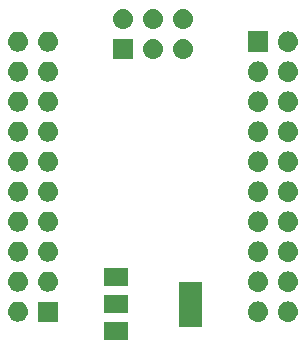
<source format=gbr>
G04 #@! TF.GenerationSoftware,KiCad,Pcbnew,(5.0.2)-1*
G04 #@! TF.CreationDate,2019-09-12T21:25:24+02:00*
G04 #@! TF.ProjectId,Jlink_power_supply,4a6c696e-6b5f-4706-9f77-65725f737570,rev?*
G04 #@! TF.SameCoordinates,Original*
G04 #@! TF.FileFunction,Soldermask,Top*
G04 #@! TF.FilePolarity,Negative*
%FSLAX46Y46*%
G04 Gerber Fmt 4.6, Leading zero omitted, Abs format (unit mm)*
G04 Created by KiCad (PCBNEW (5.0.2)-1) date 2019-09-12 21:25:24*
%MOMM*%
%LPD*%
G01*
G04 APERTURE LIST*
%ADD10C,0.100000*%
G04 APERTURE END LIST*
D10*
G36*
X126145000Y-121795000D02*
X124145000Y-121795000D01*
X124145000Y-120295000D01*
X126145000Y-120295000D01*
X126145000Y-121795000D01*
X126145000Y-121795000D01*
G37*
G36*
X132445000Y-120645000D02*
X130445000Y-120645000D01*
X130445000Y-116845000D01*
X132445000Y-116845000D01*
X132445000Y-120645000D01*
X132445000Y-120645000D01*
G37*
G36*
X139784712Y-118520565D02*
X139869295Y-118528896D01*
X139989727Y-118565429D01*
X140032088Y-118578279D01*
X140182112Y-118658468D01*
X140313612Y-118766388D01*
X140421532Y-118897888D01*
X140501721Y-119047912D01*
X140501722Y-119047916D01*
X140551104Y-119210705D01*
X140567778Y-119380000D01*
X140551104Y-119549295D01*
X140514571Y-119669727D01*
X140501721Y-119712088D01*
X140421532Y-119862112D01*
X140313612Y-119993612D01*
X140182112Y-120101532D01*
X140032088Y-120181721D01*
X139989727Y-120194571D01*
X139869295Y-120231104D01*
X139784712Y-120239435D01*
X139742421Y-120243600D01*
X139657579Y-120243600D01*
X139615288Y-120239435D01*
X139530705Y-120231104D01*
X139410273Y-120194571D01*
X139367912Y-120181721D01*
X139217888Y-120101532D01*
X139086388Y-119993612D01*
X138978468Y-119862112D01*
X138898279Y-119712088D01*
X138885429Y-119669727D01*
X138848896Y-119549295D01*
X138832222Y-119380000D01*
X138848896Y-119210705D01*
X138898278Y-119047916D01*
X138898279Y-119047912D01*
X138978468Y-118897888D01*
X139086388Y-118766388D01*
X139217888Y-118658468D01*
X139367912Y-118578279D01*
X139410273Y-118565429D01*
X139530705Y-118528896D01*
X139615288Y-118520565D01*
X139657579Y-118516400D01*
X139742421Y-118516400D01*
X139784712Y-118520565D01*
X139784712Y-118520565D01*
G37*
G36*
X137244712Y-118520565D02*
X137329295Y-118528896D01*
X137449727Y-118565429D01*
X137492088Y-118578279D01*
X137642112Y-118658468D01*
X137773612Y-118766388D01*
X137881532Y-118897888D01*
X137961721Y-119047912D01*
X137961722Y-119047916D01*
X138011104Y-119210705D01*
X138027778Y-119380000D01*
X138011104Y-119549295D01*
X137974571Y-119669727D01*
X137961721Y-119712088D01*
X137881532Y-119862112D01*
X137773612Y-119993612D01*
X137642112Y-120101532D01*
X137492088Y-120181721D01*
X137449727Y-120194571D01*
X137329295Y-120231104D01*
X137244712Y-120239435D01*
X137202421Y-120243600D01*
X137117579Y-120243600D01*
X137075288Y-120239435D01*
X136990705Y-120231104D01*
X136870273Y-120194571D01*
X136827912Y-120181721D01*
X136677888Y-120101532D01*
X136546388Y-119993612D01*
X136438468Y-119862112D01*
X136358279Y-119712088D01*
X136345429Y-119669727D01*
X136308896Y-119549295D01*
X136292222Y-119380000D01*
X136308896Y-119210705D01*
X136358278Y-119047916D01*
X136358279Y-119047912D01*
X136438468Y-118897888D01*
X136546388Y-118766388D01*
X136677888Y-118658468D01*
X136827912Y-118578279D01*
X136870273Y-118565429D01*
X136990705Y-118528896D01*
X137075288Y-118520565D01*
X137117579Y-118516400D01*
X137202421Y-118516400D01*
X137244712Y-118520565D01*
X137244712Y-118520565D01*
G37*
G36*
X117006630Y-118542299D02*
X117166855Y-118590903D01*
X117314520Y-118669831D01*
X117443949Y-118776051D01*
X117550169Y-118905480D01*
X117629097Y-119053145D01*
X117677701Y-119213370D01*
X117694112Y-119380000D01*
X117677701Y-119546630D01*
X117629097Y-119706855D01*
X117550169Y-119854520D01*
X117443949Y-119983949D01*
X117314520Y-120090169D01*
X117166855Y-120169097D01*
X117006630Y-120217701D01*
X116881752Y-120230000D01*
X116798248Y-120230000D01*
X116673370Y-120217701D01*
X116513145Y-120169097D01*
X116365480Y-120090169D01*
X116236051Y-119983949D01*
X116129831Y-119854520D01*
X116050903Y-119706855D01*
X116002299Y-119546630D01*
X115985888Y-119380000D01*
X116002299Y-119213370D01*
X116050903Y-119053145D01*
X116129831Y-118905480D01*
X116236051Y-118776051D01*
X116365480Y-118669831D01*
X116513145Y-118590903D01*
X116673370Y-118542299D01*
X116798248Y-118530000D01*
X116881752Y-118530000D01*
X117006630Y-118542299D01*
X117006630Y-118542299D01*
G37*
G36*
X120230000Y-120230000D02*
X118530000Y-120230000D01*
X118530000Y-118530000D01*
X120230000Y-118530000D01*
X120230000Y-120230000D01*
X120230000Y-120230000D01*
G37*
G36*
X126145000Y-119495000D02*
X124145000Y-119495000D01*
X124145000Y-117995000D01*
X126145000Y-117995000D01*
X126145000Y-119495000D01*
X126145000Y-119495000D01*
G37*
G36*
X137244712Y-115980565D02*
X137329295Y-115988896D01*
X137449727Y-116025429D01*
X137492088Y-116038279D01*
X137642112Y-116118468D01*
X137773612Y-116226388D01*
X137881532Y-116357888D01*
X137961721Y-116507912D01*
X137961722Y-116507916D01*
X138011104Y-116670705D01*
X138027778Y-116840000D01*
X138011104Y-117009295D01*
X137974571Y-117129727D01*
X137961721Y-117172088D01*
X137881532Y-117322112D01*
X137773612Y-117453612D01*
X137642112Y-117561532D01*
X137492088Y-117641721D01*
X137449727Y-117654571D01*
X137329295Y-117691104D01*
X137244712Y-117699435D01*
X137202421Y-117703600D01*
X137117579Y-117703600D01*
X137075288Y-117699435D01*
X136990705Y-117691104D01*
X136870273Y-117654571D01*
X136827912Y-117641721D01*
X136677888Y-117561532D01*
X136546388Y-117453612D01*
X136438468Y-117322112D01*
X136358279Y-117172088D01*
X136345429Y-117129727D01*
X136308896Y-117009295D01*
X136292222Y-116840000D01*
X136308896Y-116670705D01*
X136358278Y-116507916D01*
X136358279Y-116507912D01*
X136438468Y-116357888D01*
X136546388Y-116226388D01*
X136677888Y-116118468D01*
X136827912Y-116038279D01*
X136870273Y-116025429D01*
X136990705Y-115988896D01*
X137075288Y-115980565D01*
X137117579Y-115976400D01*
X137202421Y-115976400D01*
X137244712Y-115980565D01*
X137244712Y-115980565D01*
G37*
G36*
X139784712Y-115980565D02*
X139869295Y-115988896D01*
X139989727Y-116025429D01*
X140032088Y-116038279D01*
X140182112Y-116118468D01*
X140313612Y-116226388D01*
X140421532Y-116357888D01*
X140501721Y-116507912D01*
X140501722Y-116507916D01*
X140551104Y-116670705D01*
X140567778Y-116840000D01*
X140551104Y-117009295D01*
X140514571Y-117129727D01*
X140501721Y-117172088D01*
X140421532Y-117322112D01*
X140313612Y-117453612D01*
X140182112Y-117561532D01*
X140032088Y-117641721D01*
X139989727Y-117654571D01*
X139869295Y-117691104D01*
X139784712Y-117699435D01*
X139742421Y-117703600D01*
X139657579Y-117703600D01*
X139615288Y-117699435D01*
X139530705Y-117691104D01*
X139410273Y-117654571D01*
X139367912Y-117641721D01*
X139217888Y-117561532D01*
X139086388Y-117453612D01*
X138978468Y-117322112D01*
X138898279Y-117172088D01*
X138885429Y-117129727D01*
X138848896Y-117009295D01*
X138832222Y-116840000D01*
X138848896Y-116670705D01*
X138898278Y-116507916D01*
X138898279Y-116507912D01*
X138978468Y-116357888D01*
X139086388Y-116226388D01*
X139217888Y-116118468D01*
X139367912Y-116038279D01*
X139410273Y-116025429D01*
X139530705Y-115988896D01*
X139615288Y-115980565D01*
X139657579Y-115976400D01*
X139742421Y-115976400D01*
X139784712Y-115980565D01*
X139784712Y-115980565D01*
G37*
G36*
X117006630Y-116002299D02*
X117166855Y-116050903D01*
X117314520Y-116129831D01*
X117443949Y-116236051D01*
X117550169Y-116365480D01*
X117629097Y-116513145D01*
X117677701Y-116673370D01*
X117694112Y-116840000D01*
X117677701Y-117006630D01*
X117629097Y-117166855D01*
X117550169Y-117314520D01*
X117443949Y-117443949D01*
X117314520Y-117550169D01*
X117166855Y-117629097D01*
X117006630Y-117677701D01*
X116881752Y-117690000D01*
X116798248Y-117690000D01*
X116673370Y-117677701D01*
X116513145Y-117629097D01*
X116365480Y-117550169D01*
X116236051Y-117443949D01*
X116129831Y-117314520D01*
X116050903Y-117166855D01*
X116002299Y-117006630D01*
X115985888Y-116840000D01*
X116002299Y-116673370D01*
X116050903Y-116513145D01*
X116129831Y-116365480D01*
X116236051Y-116236051D01*
X116365480Y-116129831D01*
X116513145Y-116050903D01*
X116673370Y-116002299D01*
X116798248Y-115990000D01*
X116881752Y-115990000D01*
X117006630Y-116002299D01*
X117006630Y-116002299D01*
G37*
G36*
X119546630Y-116002299D02*
X119706855Y-116050903D01*
X119854520Y-116129831D01*
X119983949Y-116236051D01*
X120090169Y-116365480D01*
X120169097Y-116513145D01*
X120217701Y-116673370D01*
X120234112Y-116840000D01*
X120217701Y-117006630D01*
X120169097Y-117166855D01*
X120090169Y-117314520D01*
X119983949Y-117443949D01*
X119854520Y-117550169D01*
X119706855Y-117629097D01*
X119546630Y-117677701D01*
X119421752Y-117690000D01*
X119338248Y-117690000D01*
X119213370Y-117677701D01*
X119053145Y-117629097D01*
X118905480Y-117550169D01*
X118776051Y-117443949D01*
X118669831Y-117314520D01*
X118590903Y-117166855D01*
X118542299Y-117006630D01*
X118525888Y-116840000D01*
X118542299Y-116673370D01*
X118590903Y-116513145D01*
X118669831Y-116365480D01*
X118776051Y-116236051D01*
X118905480Y-116129831D01*
X119053145Y-116050903D01*
X119213370Y-116002299D01*
X119338248Y-115990000D01*
X119421752Y-115990000D01*
X119546630Y-116002299D01*
X119546630Y-116002299D01*
G37*
G36*
X126145000Y-117195000D02*
X124145000Y-117195000D01*
X124145000Y-115695000D01*
X126145000Y-115695000D01*
X126145000Y-117195000D01*
X126145000Y-117195000D01*
G37*
G36*
X137244712Y-113440565D02*
X137329295Y-113448896D01*
X137449727Y-113485429D01*
X137492088Y-113498279D01*
X137642112Y-113578468D01*
X137773612Y-113686388D01*
X137881532Y-113817888D01*
X137961721Y-113967912D01*
X137961722Y-113967916D01*
X138011104Y-114130705D01*
X138027778Y-114300000D01*
X138011104Y-114469295D01*
X137974571Y-114589727D01*
X137961721Y-114632088D01*
X137881532Y-114782112D01*
X137773612Y-114913612D01*
X137642112Y-115021532D01*
X137492088Y-115101721D01*
X137449727Y-115114571D01*
X137329295Y-115151104D01*
X137244712Y-115159435D01*
X137202421Y-115163600D01*
X137117579Y-115163600D01*
X137075288Y-115159435D01*
X136990705Y-115151104D01*
X136870273Y-115114571D01*
X136827912Y-115101721D01*
X136677888Y-115021532D01*
X136546388Y-114913612D01*
X136438468Y-114782112D01*
X136358279Y-114632088D01*
X136345429Y-114589727D01*
X136308896Y-114469295D01*
X136292222Y-114300000D01*
X136308896Y-114130705D01*
X136358278Y-113967916D01*
X136358279Y-113967912D01*
X136438468Y-113817888D01*
X136546388Y-113686388D01*
X136677888Y-113578468D01*
X136827912Y-113498279D01*
X136870273Y-113485429D01*
X136990705Y-113448896D01*
X137075288Y-113440565D01*
X137117579Y-113436400D01*
X137202421Y-113436400D01*
X137244712Y-113440565D01*
X137244712Y-113440565D01*
G37*
G36*
X139784712Y-113440565D02*
X139869295Y-113448896D01*
X139989727Y-113485429D01*
X140032088Y-113498279D01*
X140182112Y-113578468D01*
X140313612Y-113686388D01*
X140421532Y-113817888D01*
X140501721Y-113967912D01*
X140501722Y-113967916D01*
X140551104Y-114130705D01*
X140567778Y-114300000D01*
X140551104Y-114469295D01*
X140514571Y-114589727D01*
X140501721Y-114632088D01*
X140421532Y-114782112D01*
X140313612Y-114913612D01*
X140182112Y-115021532D01*
X140032088Y-115101721D01*
X139989727Y-115114571D01*
X139869295Y-115151104D01*
X139784712Y-115159435D01*
X139742421Y-115163600D01*
X139657579Y-115163600D01*
X139615288Y-115159435D01*
X139530705Y-115151104D01*
X139410273Y-115114571D01*
X139367912Y-115101721D01*
X139217888Y-115021532D01*
X139086388Y-114913612D01*
X138978468Y-114782112D01*
X138898279Y-114632088D01*
X138885429Y-114589727D01*
X138848896Y-114469295D01*
X138832222Y-114300000D01*
X138848896Y-114130705D01*
X138898278Y-113967916D01*
X138898279Y-113967912D01*
X138978468Y-113817888D01*
X139086388Y-113686388D01*
X139217888Y-113578468D01*
X139367912Y-113498279D01*
X139410273Y-113485429D01*
X139530705Y-113448896D01*
X139615288Y-113440565D01*
X139657579Y-113436400D01*
X139742421Y-113436400D01*
X139784712Y-113440565D01*
X139784712Y-113440565D01*
G37*
G36*
X119546630Y-113462299D02*
X119706855Y-113510903D01*
X119854520Y-113589831D01*
X119983949Y-113696051D01*
X120090169Y-113825480D01*
X120169097Y-113973145D01*
X120217701Y-114133370D01*
X120234112Y-114300000D01*
X120217701Y-114466630D01*
X120169097Y-114626855D01*
X120090169Y-114774520D01*
X119983949Y-114903949D01*
X119854520Y-115010169D01*
X119706855Y-115089097D01*
X119546630Y-115137701D01*
X119421752Y-115150000D01*
X119338248Y-115150000D01*
X119213370Y-115137701D01*
X119053145Y-115089097D01*
X118905480Y-115010169D01*
X118776051Y-114903949D01*
X118669831Y-114774520D01*
X118590903Y-114626855D01*
X118542299Y-114466630D01*
X118525888Y-114300000D01*
X118542299Y-114133370D01*
X118590903Y-113973145D01*
X118669831Y-113825480D01*
X118776051Y-113696051D01*
X118905480Y-113589831D01*
X119053145Y-113510903D01*
X119213370Y-113462299D01*
X119338248Y-113450000D01*
X119421752Y-113450000D01*
X119546630Y-113462299D01*
X119546630Y-113462299D01*
G37*
G36*
X117006630Y-113462299D02*
X117166855Y-113510903D01*
X117314520Y-113589831D01*
X117443949Y-113696051D01*
X117550169Y-113825480D01*
X117629097Y-113973145D01*
X117677701Y-114133370D01*
X117694112Y-114300000D01*
X117677701Y-114466630D01*
X117629097Y-114626855D01*
X117550169Y-114774520D01*
X117443949Y-114903949D01*
X117314520Y-115010169D01*
X117166855Y-115089097D01*
X117006630Y-115137701D01*
X116881752Y-115150000D01*
X116798248Y-115150000D01*
X116673370Y-115137701D01*
X116513145Y-115089097D01*
X116365480Y-115010169D01*
X116236051Y-114903949D01*
X116129831Y-114774520D01*
X116050903Y-114626855D01*
X116002299Y-114466630D01*
X115985888Y-114300000D01*
X116002299Y-114133370D01*
X116050903Y-113973145D01*
X116129831Y-113825480D01*
X116236051Y-113696051D01*
X116365480Y-113589831D01*
X116513145Y-113510903D01*
X116673370Y-113462299D01*
X116798248Y-113450000D01*
X116881752Y-113450000D01*
X117006630Y-113462299D01*
X117006630Y-113462299D01*
G37*
G36*
X139784712Y-110900565D02*
X139869295Y-110908896D01*
X139989727Y-110945429D01*
X140032088Y-110958279D01*
X140182112Y-111038468D01*
X140313612Y-111146388D01*
X140421532Y-111277888D01*
X140501721Y-111427912D01*
X140501722Y-111427916D01*
X140551104Y-111590705D01*
X140567778Y-111760000D01*
X140551104Y-111929295D01*
X140514571Y-112049727D01*
X140501721Y-112092088D01*
X140421532Y-112242112D01*
X140313612Y-112373612D01*
X140182112Y-112481532D01*
X140032088Y-112561721D01*
X139989727Y-112574571D01*
X139869295Y-112611104D01*
X139784712Y-112619435D01*
X139742421Y-112623600D01*
X139657579Y-112623600D01*
X139615288Y-112619435D01*
X139530705Y-112611104D01*
X139410273Y-112574571D01*
X139367912Y-112561721D01*
X139217888Y-112481532D01*
X139086388Y-112373612D01*
X138978468Y-112242112D01*
X138898279Y-112092088D01*
X138885429Y-112049727D01*
X138848896Y-111929295D01*
X138832222Y-111760000D01*
X138848896Y-111590705D01*
X138898278Y-111427916D01*
X138898279Y-111427912D01*
X138978468Y-111277888D01*
X139086388Y-111146388D01*
X139217888Y-111038468D01*
X139367912Y-110958279D01*
X139410273Y-110945429D01*
X139530705Y-110908896D01*
X139615288Y-110900565D01*
X139657579Y-110896400D01*
X139742421Y-110896400D01*
X139784712Y-110900565D01*
X139784712Y-110900565D01*
G37*
G36*
X137244712Y-110900565D02*
X137329295Y-110908896D01*
X137449727Y-110945429D01*
X137492088Y-110958279D01*
X137642112Y-111038468D01*
X137773612Y-111146388D01*
X137881532Y-111277888D01*
X137961721Y-111427912D01*
X137961722Y-111427916D01*
X138011104Y-111590705D01*
X138027778Y-111760000D01*
X138011104Y-111929295D01*
X137974571Y-112049727D01*
X137961721Y-112092088D01*
X137881532Y-112242112D01*
X137773612Y-112373612D01*
X137642112Y-112481532D01*
X137492088Y-112561721D01*
X137449727Y-112574571D01*
X137329295Y-112611104D01*
X137244712Y-112619435D01*
X137202421Y-112623600D01*
X137117579Y-112623600D01*
X137075288Y-112619435D01*
X136990705Y-112611104D01*
X136870273Y-112574571D01*
X136827912Y-112561721D01*
X136677888Y-112481532D01*
X136546388Y-112373612D01*
X136438468Y-112242112D01*
X136358279Y-112092088D01*
X136345429Y-112049727D01*
X136308896Y-111929295D01*
X136292222Y-111760000D01*
X136308896Y-111590705D01*
X136358278Y-111427916D01*
X136358279Y-111427912D01*
X136438468Y-111277888D01*
X136546388Y-111146388D01*
X136677888Y-111038468D01*
X136827912Y-110958279D01*
X136870273Y-110945429D01*
X136990705Y-110908896D01*
X137075288Y-110900565D01*
X137117579Y-110896400D01*
X137202421Y-110896400D01*
X137244712Y-110900565D01*
X137244712Y-110900565D01*
G37*
G36*
X117006630Y-110922299D02*
X117166855Y-110970903D01*
X117314520Y-111049831D01*
X117443949Y-111156051D01*
X117550169Y-111285480D01*
X117629097Y-111433145D01*
X117677701Y-111593370D01*
X117694112Y-111760000D01*
X117677701Y-111926630D01*
X117629097Y-112086855D01*
X117550169Y-112234520D01*
X117443949Y-112363949D01*
X117314520Y-112470169D01*
X117166855Y-112549097D01*
X117006630Y-112597701D01*
X116881752Y-112610000D01*
X116798248Y-112610000D01*
X116673370Y-112597701D01*
X116513145Y-112549097D01*
X116365480Y-112470169D01*
X116236051Y-112363949D01*
X116129831Y-112234520D01*
X116050903Y-112086855D01*
X116002299Y-111926630D01*
X115985888Y-111760000D01*
X116002299Y-111593370D01*
X116050903Y-111433145D01*
X116129831Y-111285480D01*
X116236051Y-111156051D01*
X116365480Y-111049831D01*
X116513145Y-110970903D01*
X116673370Y-110922299D01*
X116798248Y-110910000D01*
X116881752Y-110910000D01*
X117006630Y-110922299D01*
X117006630Y-110922299D01*
G37*
G36*
X119546630Y-110922299D02*
X119706855Y-110970903D01*
X119854520Y-111049831D01*
X119983949Y-111156051D01*
X120090169Y-111285480D01*
X120169097Y-111433145D01*
X120217701Y-111593370D01*
X120234112Y-111760000D01*
X120217701Y-111926630D01*
X120169097Y-112086855D01*
X120090169Y-112234520D01*
X119983949Y-112363949D01*
X119854520Y-112470169D01*
X119706855Y-112549097D01*
X119546630Y-112597701D01*
X119421752Y-112610000D01*
X119338248Y-112610000D01*
X119213370Y-112597701D01*
X119053145Y-112549097D01*
X118905480Y-112470169D01*
X118776051Y-112363949D01*
X118669831Y-112234520D01*
X118590903Y-112086855D01*
X118542299Y-111926630D01*
X118525888Y-111760000D01*
X118542299Y-111593370D01*
X118590903Y-111433145D01*
X118669831Y-111285480D01*
X118776051Y-111156051D01*
X118905480Y-111049831D01*
X119053145Y-110970903D01*
X119213370Y-110922299D01*
X119338248Y-110910000D01*
X119421752Y-110910000D01*
X119546630Y-110922299D01*
X119546630Y-110922299D01*
G37*
G36*
X139784712Y-108360565D02*
X139869295Y-108368896D01*
X139989727Y-108405429D01*
X140032088Y-108418279D01*
X140182112Y-108498468D01*
X140313612Y-108606388D01*
X140421532Y-108737888D01*
X140501721Y-108887912D01*
X140501722Y-108887916D01*
X140551104Y-109050705D01*
X140567778Y-109220000D01*
X140551104Y-109389295D01*
X140514571Y-109509727D01*
X140501721Y-109552088D01*
X140421532Y-109702112D01*
X140313612Y-109833612D01*
X140182112Y-109941532D01*
X140032088Y-110021721D01*
X139989727Y-110034571D01*
X139869295Y-110071104D01*
X139784712Y-110079435D01*
X139742421Y-110083600D01*
X139657579Y-110083600D01*
X139615288Y-110079435D01*
X139530705Y-110071104D01*
X139410273Y-110034571D01*
X139367912Y-110021721D01*
X139217888Y-109941532D01*
X139086388Y-109833612D01*
X138978468Y-109702112D01*
X138898279Y-109552088D01*
X138885429Y-109509727D01*
X138848896Y-109389295D01*
X138832222Y-109220000D01*
X138848896Y-109050705D01*
X138898278Y-108887916D01*
X138898279Y-108887912D01*
X138978468Y-108737888D01*
X139086388Y-108606388D01*
X139217888Y-108498468D01*
X139367912Y-108418279D01*
X139410273Y-108405429D01*
X139530705Y-108368896D01*
X139615288Y-108360565D01*
X139657579Y-108356400D01*
X139742421Y-108356400D01*
X139784712Y-108360565D01*
X139784712Y-108360565D01*
G37*
G36*
X137244712Y-108360565D02*
X137329295Y-108368896D01*
X137449727Y-108405429D01*
X137492088Y-108418279D01*
X137642112Y-108498468D01*
X137773612Y-108606388D01*
X137881532Y-108737888D01*
X137961721Y-108887912D01*
X137961722Y-108887916D01*
X138011104Y-109050705D01*
X138027778Y-109220000D01*
X138011104Y-109389295D01*
X137974571Y-109509727D01*
X137961721Y-109552088D01*
X137881532Y-109702112D01*
X137773612Y-109833612D01*
X137642112Y-109941532D01*
X137492088Y-110021721D01*
X137449727Y-110034571D01*
X137329295Y-110071104D01*
X137244712Y-110079435D01*
X137202421Y-110083600D01*
X137117579Y-110083600D01*
X137075288Y-110079435D01*
X136990705Y-110071104D01*
X136870273Y-110034571D01*
X136827912Y-110021721D01*
X136677888Y-109941532D01*
X136546388Y-109833612D01*
X136438468Y-109702112D01*
X136358279Y-109552088D01*
X136345429Y-109509727D01*
X136308896Y-109389295D01*
X136292222Y-109220000D01*
X136308896Y-109050705D01*
X136358278Y-108887916D01*
X136358279Y-108887912D01*
X136438468Y-108737888D01*
X136546388Y-108606388D01*
X136677888Y-108498468D01*
X136827912Y-108418279D01*
X136870273Y-108405429D01*
X136990705Y-108368896D01*
X137075288Y-108360565D01*
X137117579Y-108356400D01*
X137202421Y-108356400D01*
X137244712Y-108360565D01*
X137244712Y-108360565D01*
G37*
G36*
X119546630Y-108382299D02*
X119706855Y-108430903D01*
X119854520Y-108509831D01*
X119983949Y-108616051D01*
X120090169Y-108745480D01*
X120169097Y-108893145D01*
X120217701Y-109053370D01*
X120234112Y-109220000D01*
X120217701Y-109386630D01*
X120169097Y-109546855D01*
X120090169Y-109694520D01*
X119983949Y-109823949D01*
X119854520Y-109930169D01*
X119706855Y-110009097D01*
X119546630Y-110057701D01*
X119421752Y-110070000D01*
X119338248Y-110070000D01*
X119213370Y-110057701D01*
X119053145Y-110009097D01*
X118905480Y-109930169D01*
X118776051Y-109823949D01*
X118669831Y-109694520D01*
X118590903Y-109546855D01*
X118542299Y-109386630D01*
X118525888Y-109220000D01*
X118542299Y-109053370D01*
X118590903Y-108893145D01*
X118669831Y-108745480D01*
X118776051Y-108616051D01*
X118905480Y-108509831D01*
X119053145Y-108430903D01*
X119213370Y-108382299D01*
X119338248Y-108370000D01*
X119421752Y-108370000D01*
X119546630Y-108382299D01*
X119546630Y-108382299D01*
G37*
G36*
X117006630Y-108382299D02*
X117166855Y-108430903D01*
X117314520Y-108509831D01*
X117443949Y-108616051D01*
X117550169Y-108745480D01*
X117629097Y-108893145D01*
X117677701Y-109053370D01*
X117694112Y-109220000D01*
X117677701Y-109386630D01*
X117629097Y-109546855D01*
X117550169Y-109694520D01*
X117443949Y-109823949D01*
X117314520Y-109930169D01*
X117166855Y-110009097D01*
X117006630Y-110057701D01*
X116881752Y-110070000D01*
X116798248Y-110070000D01*
X116673370Y-110057701D01*
X116513145Y-110009097D01*
X116365480Y-109930169D01*
X116236051Y-109823949D01*
X116129831Y-109694520D01*
X116050903Y-109546855D01*
X116002299Y-109386630D01*
X115985888Y-109220000D01*
X116002299Y-109053370D01*
X116050903Y-108893145D01*
X116129831Y-108745480D01*
X116236051Y-108616051D01*
X116365480Y-108509831D01*
X116513145Y-108430903D01*
X116673370Y-108382299D01*
X116798248Y-108370000D01*
X116881752Y-108370000D01*
X117006630Y-108382299D01*
X117006630Y-108382299D01*
G37*
G36*
X139784712Y-105820565D02*
X139869295Y-105828896D01*
X139989727Y-105865429D01*
X140032088Y-105878279D01*
X140182112Y-105958468D01*
X140313612Y-106066388D01*
X140421532Y-106197888D01*
X140501721Y-106347912D01*
X140501722Y-106347916D01*
X140551104Y-106510705D01*
X140567778Y-106680000D01*
X140551104Y-106849295D01*
X140514571Y-106969727D01*
X140501721Y-107012088D01*
X140421532Y-107162112D01*
X140313612Y-107293612D01*
X140182112Y-107401532D01*
X140032088Y-107481721D01*
X139989727Y-107494571D01*
X139869295Y-107531104D01*
X139784712Y-107539435D01*
X139742421Y-107543600D01*
X139657579Y-107543600D01*
X139615288Y-107539435D01*
X139530705Y-107531104D01*
X139410273Y-107494571D01*
X139367912Y-107481721D01*
X139217888Y-107401532D01*
X139086388Y-107293612D01*
X138978468Y-107162112D01*
X138898279Y-107012088D01*
X138885429Y-106969727D01*
X138848896Y-106849295D01*
X138832222Y-106680000D01*
X138848896Y-106510705D01*
X138898278Y-106347916D01*
X138898279Y-106347912D01*
X138978468Y-106197888D01*
X139086388Y-106066388D01*
X139217888Y-105958468D01*
X139367912Y-105878279D01*
X139410273Y-105865429D01*
X139530705Y-105828896D01*
X139615288Y-105820565D01*
X139657579Y-105816400D01*
X139742421Y-105816400D01*
X139784712Y-105820565D01*
X139784712Y-105820565D01*
G37*
G36*
X137244712Y-105820565D02*
X137329295Y-105828896D01*
X137449727Y-105865429D01*
X137492088Y-105878279D01*
X137642112Y-105958468D01*
X137773612Y-106066388D01*
X137881532Y-106197888D01*
X137961721Y-106347912D01*
X137961722Y-106347916D01*
X138011104Y-106510705D01*
X138027778Y-106680000D01*
X138011104Y-106849295D01*
X137974571Y-106969727D01*
X137961721Y-107012088D01*
X137881532Y-107162112D01*
X137773612Y-107293612D01*
X137642112Y-107401532D01*
X137492088Y-107481721D01*
X137449727Y-107494571D01*
X137329295Y-107531104D01*
X137244712Y-107539435D01*
X137202421Y-107543600D01*
X137117579Y-107543600D01*
X137075288Y-107539435D01*
X136990705Y-107531104D01*
X136870273Y-107494571D01*
X136827912Y-107481721D01*
X136677888Y-107401532D01*
X136546388Y-107293612D01*
X136438468Y-107162112D01*
X136358279Y-107012088D01*
X136345429Y-106969727D01*
X136308896Y-106849295D01*
X136292222Y-106680000D01*
X136308896Y-106510705D01*
X136358278Y-106347916D01*
X136358279Y-106347912D01*
X136438468Y-106197888D01*
X136546388Y-106066388D01*
X136677888Y-105958468D01*
X136827912Y-105878279D01*
X136870273Y-105865429D01*
X136990705Y-105828896D01*
X137075288Y-105820565D01*
X137117579Y-105816400D01*
X137202421Y-105816400D01*
X137244712Y-105820565D01*
X137244712Y-105820565D01*
G37*
G36*
X117006630Y-105842299D02*
X117166855Y-105890903D01*
X117314520Y-105969831D01*
X117443949Y-106076051D01*
X117550169Y-106205480D01*
X117629097Y-106353145D01*
X117677701Y-106513370D01*
X117694112Y-106680000D01*
X117677701Y-106846630D01*
X117629097Y-107006855D01*
X117550169Y-107154520D01*
X117443949Y-107283949D01*
X117314520Y-107390169D01*
X117166855Y-107469097D01*
X117006630Y-107517701D01*
X116881752Y-107530000D01*
X116798248Y-107530000D01*
X116673370Y-107517701D01*
X116513145Y-107469097D01*
X116365480Y-107390169D01*
X116236051Y-107283949D01*
X116129831Y-107154520D01*
X116050903Y-107006855D01*
X116002299Y-106846630D01*
X115985888Y-106680000D01*
X116002299Y-106513370D01*
X116050903Y-106353145D01*
X116129831Y-106205480D01*
X116236051Y-106076051D01*
X116365480Y-105969831D01*
X116513145Y-105890903D01*
X116673370Y-105842299D01*
X116798248Y-105830000D01*
X116881752Y-105830000D01*
X117006630Y-105842299D01*
X117006630Y-105842299D01*
G37*
G36*
X119546630Y-105842299D02*
X119706855Y-105890903D01*
X119854520Y-105969831D01*
X119983949Y-106076051D01*
X120090169Y-106205480D01*
X120169097Y-106353145D01*
X120217701Y-106513370D01*
X120234112Y-106680000D01*
X120217701Y-106846630D01*
X120169097Y-107006855D01*
X120090169Y-107154520D01*
X119983949Y-107283949D01*
X119854520Y-107390169D01*
X119706855Y-107469097D01*
X119546630Y-107517701D01*
X119421752Y-107530000D01*
X119338248Y-107530000D01*
X119213370Y-107517701D01*
X119053145Y-107469097D01*
X118905480Y-107390169D01*
X118776051Y-107283949D01*
X118669831Y-107154520D01*
X118590903Y-107006855D01*
X118542299Y-106846630D01*
X118525888Y-106680000D01*
X118542299Y-106513370D01*
X118590903Y-106353145D01*
X118669831Y-106205480D01*
X118776051Y-106076051D01*
X118905480Y-105969831D01*
X119053145Y-105890903D01*
X119213370Y-105842299D01*
X119338248Y-105830000D01*
X119421752Y-105830000D01*
X119546630Y-105842299D01*
X119546630Y-105842299D01*
G37*
G36*
X139784712Y-103280565D02*
X139869295Y-103288896D01*
X139989727Y-103325429D01*
X140032088Y-103338279D01*
X140182112Y-103418468D01*
X140313612Y-103526388D01*
X140421532Y-103657888D01*
X140501721Y-103807912D01*
X140501722Y-103807916D01*
X140551104Y-103970705D01*
X140567778Y-104140000D01*
X140551104Y-104309295D01*
X140514571Y-104429727D01*
X140501721Y-104472088D01*
X140421532Y-104622112D01*
X140313612Y-104753612D01*
X140182112Y-104861532D01*
X140032088Y-104941721D01*
X139989727Y-104954571D01*
X139869295Y-104991104D01*
X139784712Y-104999435D01*
X139742421Y-105003600D01*
X139657579Y-105003600D01*
X139615288Y-104999435D01*
X139530705Y-104991104D01*
X139410273Y-104954571D01*
X139367912Y-104941721D01*
X139217888Y-104861532D01*
X139086388Y-104753612D01*
X138978468Y-104622112D01*
X138898279Y-104472088D01*
X138885429Y-104429727D01*
X138848896Y-104309295D01*
X138832222Y-104140000D01*
X138848896Y-103970705D01*
X138898278Y-103807916D01*
X138898279Y-103807912D01*
X138978468Y-103657888D01*
X139086388Y-103526388D01*
X139217888Y-103418468D01*
X139367912Y-103338279D01*
X139410273Y-103325429D01*
X139530705Y-103288896D01*
X139615288Y-103280565D01*
X139657579Y-103276400D01*
X139742421Y-103276400D01*
X139784712Y-103280565D01*
X139784712Y-103280565D01*
G37*
G36*
X137244712Y-103280565D02*
X137329295Y-103288896D01*
X137449727Y-103325429D01*
X137492088Y-103338279D01*
X137642112Y-103418468D01*
X137773612Y-103526388D01*
X137881532Y-103657888D01*
X137961721Y-103807912D01*
X137961722Y-103807916D01*
X138011104Y-103970705D01*
X138027778Y-104140000D01*
X138011104Y-104309295D01*
X137974571Y-104429727D01*
X137961721Y-104472088D01*
X137881532Y-104622112D01*
X137773612Y-104753612D01*
X137642112Y-104861532D01*
X137492088Y-104941721D01*
X137449727Y-104954571D01*
X137329295Y-104991104D01*
X137244712Y-104999435D01*
X137202421Y-105003600D01*
X137117579Y-105003600D01*
X137075288Y-104999435D01*
X136990705Y-104991104D01*
X136870273Y-104954571D01*
X136827912Y-104941721D01*
X136677888Y-104861532D01*
X136546388Y-104753612D01*
X136438468Y-104622112D01*
X136358279Y-104472088D01*
X136345429Y-104429727D01*
X136308896Y-104309295D01*
X136292222Y-104140000D01*
X136308896Y-103970705D01*
X136358278Y-103807916D01*
X136358279Y-103807912D01*
X136438468Y-103657888D01*
X136546388Y-103526388D01*
X136677888Y-103418468D01*
X136827912Y-103338279D01*
X136870273Y-103325429D01*
X136990705Y-103288896D01*
X137075288Y-103280565D01*
X137117579Y-103276400D01*
X137202421Y-103276400D01*
X137244712Y-103280565D01*
X137244712Y-103280565D01*
G37*
G36*
X119546630Y-103302299D02*
X119706855Y-103350903D01*
X119854520Y-103429831D01*
X119983949Y-103536051D01*
X120090169Y-103665480D01*
X120169097Y-103813145D01*
X120217701Y-103973370D01*
X120234112Y-104140000D01*
X120217701Y-104306630D01*
X120169097Y-104466855D01*
X120090169Y-104614520D01*
X119983949Y-104743949D01*
X119854520Y-104850169D01*
X119706855Y-104929097D01*
X119546630Y-104977701D01*
X119421752Y-104990000D01*
X119338248Y-104990000D01*
X119213370Y-104977701D01*
X119053145Y-104929097D01*
X118905480Y-104850169D01*
X118776051Y-104743949D01*
X118669831Y-104614520D01*
X118590903Y-104466855D01*
X118542299Y-104306630D01*
X118525888Y-104140000D01*
X118542299Y-103973370D01*
X118590903Y-103813145D01*
X118669831Y-103665480D01*
X118776051Y-103536051D01*
X118905480Y-103429831D01*
X119053145Y-103350903D01*
X119213370Y-103302299D01*
X119338248Y-103290000D01*
X119421752Y-103290000D01*
X119546630Y-103302299D01*
X119546630Y-103302299D01*
G37*
G36*
X117006630Y-103302299D02*
X117166855Y-103350903D01*
X117314520Y-103429831D01*
X117443949Y-103536051D01*
X117550169Y-103665480D01*
X117629097Y-103813145D01*
X117677701Y-103973370D01*
X117694112Y-104140000D01*
X117677701Y-104306630D01*
X117629097Y-104466855D01*
X117550169Y-104614520D01*
X117443949Y-104743949D01*
X117314520Y-104850169D01*
X117166855Y-104929097D01*
X117006630Y-104977701D01*
X116881752Y-104990000D01*
X116798248Y-104990000D01*
X116673370Y-104977701D01*
X116513145Y-104929097D01*
X116365480Y-104850169D01*
X116236051Y-104743949D01*
X116129831Y-104614520D01*
X116050903Y-104466855D01*
X116002299Y-104306630D01*
X115985888Y-104140000D01*
X116002299Y-103973370D01*
X116050903Y-103813145D01*
X116129831Y-103665480D01*
X116236051Y-103536051D01*
X116365480Y-103429831D01*
X116513145Y-103350903D01*
X116673370Y-103302299D01*
X116798248Y-103290000D01*
X116881752Y-103290000D01*
X117006630Y-103302299D01*
X117006630Y-103302299D01*
G37*
G36*
X137244712Y-100740565D02*
X137329295Y-100748896D01*
X137449727Y-100785429D01*
X137492088Y-100798279D01*
X137642112Y-100878468D01*
X137773612Y-100986388D01*
X137881532Y-101117888D01*
X137961721Y-101267912D01*
X137961722Y-101267916D01*
X138011104Y-101430705D01*
X138027778Y-101600000D01*
X138011104Y-101769295D01*
X137974571Y-101889727D01*
X137961721Y-101932088D01*
X137881532Y-102082112D01*
X137773612Y-102213612D01*
X137642112Y-102321532D01*
X137492088Y-102401721D01*
X137449727Y-102414571D01*
X137329295Y-102451104D01*
X137244712Y-102459435D01*
X137202421Y-102463600D01*
X137117579Y-102463600D01*
X137075288Y-102459435D01*
X136990705Y-102451104D01*
X136870273Y-102414571D01*
X136827912Y-102401721D01*
X136677888Y-102321532D01*
X136546388Y-102213612D01*
X136438468Y-102082112D01*
X136358279Y-101932088D01*
X136345429Y-101889727D01*
X136308896Y-101769295D01*
X136292222Y-101600000D01*
X136308896Y-101430705D01*
X136358278Y-101267916D01*
X136358279Y-101267912D01*
X136438468Y-101117888D01*
X136546388Y-100986388D01*
X136677888Y-100878468D01*
X136827912Y-100798279D01*
X136870273Y-100785429D01*
X136990705Y-100748896D01*
X137075288Y-100740565D01*
X137117579Y-100736400D01*
X137202421Y-100736400D01*
X137244712Y-100740565D01*
X137244712Y-100740565D01*
G37*
G36*
X139784712Y-100740565D02*
X139869295Y-100748896D01*
X139989727Y-100785429D01*
X140032088Y-100798279D01*
X140182112Y-100878468D01*
X140313612Y-100986388D01*
X140421532Y-101117888D01*
X140501721Y-101267912D01*
X140501722Y-101267916D01*
X140551104Y-101430705D01*
X140567778Y-101600000D01*
X140551104Y-101769295D01*
X140514571Y-101889727D01*
X140501721Y-101932088D01*
X140421532Y-102082112D01*
X140313612Y-102213612D01*
X140182112Y-102321532D01*
X140032088Y-102401721D01*
X139989727Y-102414571D01*
X139869295Y-102451104D01*
X139784712Y-102459435D01*
X139742421Y-102463600D01*
X139657579Y-102463600D01*
X139615288Y-102459435D01*
X139530705Y-102451104D01*
X139410273Y-102414571D01*
X139367912Y-102401721D01*
X139217888Y-102321532D01*
X139086388Y-102213612D01*
X138978468Y-102082112D01*
X138898279Y-101932088D01*
X138885429Y-101889727D01*
X138848896Y-101769295D01*
X138832222Y-101600000D01*
X138848896Y-101430705D01*
X138898278Y-101267916D01*
X138898279Y-101267912D01*
X138978468Y-101117888D01*
X139086388Y-100986388D01*
X139217888Y-100878468D01*
X139367912Y-100798279D01*
X139410273Y-100785429D01*
X139530705Y-100748896D01*
X139615288Y-100740565D01*
X139657579Y-100736400D01*
X139742421Y-100736400D01*
X139784712Y-100740565D01*
X139784712Y-100740565D01*
G37*
G36*
X117006630Y-100762299D02*
X117166855Y-100810903D01*
X117314520Y-100889831D01*
X117443949Y-100996051D01*
X117550169Y-101125480D01*
X117629097Y-101273145D01*
X117677701Y-101433370D01*
X117694112Y-101600000D01*
X117677701Y-101766630D01*
X117629097Y-101926855D01*
X117550169Y-102074520D01*
X117443949Y-102203949D01*
X117314520Y-102310169D01*
X117166855Y-102389097D01*
X117006630Y-102437701D01*
X116881752Y-102450000D01*
X116798248Y-102450000D01*
X116673370Y-102437701D01*
X116513145Y-102389097D01*
X116365480Y-102310169D01*
X116236051Y-102203949D01*
X116129831Y-102074520D01*
X116050903Y-101926855D01*
X116002299Y-101766630D01*
X115985888Y-101600000D01*
X116002299Y-101433370D01*
X116050903Y-101273145D01*
X116129831Y-101125480D01*
X116236051Y-100996051D01*
X116365480Y-100889831D01*
X116513145Y-100810903D01*
X116673370Y-100762299D01*
X116798248Y-100750000D01*
X116881752Y-100750000D01*
X117006630Y-100762299D01*
X117006630Y-100762299D01*
G37*
G36*
X119546630Y-100762299D02*
X119706855Y-100810903D01*
X119854520Y-100889831D01*
X119983949Y-100996051D01*
X120090169Y-101125480D01*
X120169097Y-101273145D01*
X120217701Y-101433370D01*
X120234112Y-101600000D01*
X120217701Y-101766630D01*
X120169097Y-101926855D01*
X120090169Y-102074520D01*
X119983949Y-102203949D01*
X119854520Y-102310169D01*
X119706855Y-102389097D01*
X119546630Y-102437701D01*
X119421752Y-102450000D01*
X119338248Y-102450000D01*
X119213370Y-102437701D01*
X119053145Y-102389097D01*
X118905480Y-102310169D01*
X118776051Y-102203949D01*
X118669831Y-102074520D01*
X118590903Y-101926855D01*
X118542299Y-101766630D01*
X118525888Y-101600000D01*
X118542299Y-101433370D01*
X118590903Y-101273145D01*
X118669831Y-101125480D01*
X118776051Y-100996051D01*
X118905480Y-100889831D01*
X119053145Y-100810903D01*
X119213370Y-100762299D01*
X119338248Y-100750000D01*
X119421752Y-100750000D01*
X119546630Y-100762299D01*
X119546630Y-100762299D01*
G37*
G36*
X137244712Y-98200565D02*
X137329295Y-98208896D01*
X137449727Y-98245429D01*
X137492088Y-98258279D01*
X137642112Y-98338468D01*
X137773612Y-98446388D01*
X137881532Y-98577888D01*
X137961721Y-98727912D01*
X137961722Y-98727916D01*
X138011104Y-98890705D01*
X138027778Y-99060000D01*
X138011104Y-99229295D01*
X137974571Y-99349727D01*
X137961721Y-99392088D01*
X137881532Y-99542112D01*
X137773612Y-99673612D01*
X137642112Y-99781532D01*
X137492088Y-99861721D01*
X137449727Y-99874571D01*
X137329295Y-99911104D01*
X137244712Y-99919435D01*
X137202421Y-99923600D01*
X137117579Y-99923600D01*
X137075288Y-99919435D01*
X136990705Y-99911104D01*
X136870273Y-99874571D01*
X136827912Y-99861721D01*
X136677888Y-99781532D01*
X136546388Y-99673612D01*
X136438468Y-99542112D01*
X136358279Y-99392088D01*
X136345429Y-99349727D01*
X136308896Y-99229295D01*
X136292222Y-99060000D01*
X136308896Y-98890705D01*
X136358278Y-98727916D01*
X136358279Y-98727912D01*
X136438468Y-98577888D01*
X136546388Y-98446388D01*
X136677888Y-98338468D01*
X136827912Y-98258279D01*
X136870273Y-98245429D01*
X136990705Y-98208896D01*
X137075288Y-98200565D01*
X137117579Y-98196400D01*
X137202421Y-98196400D01*
X137244712Y-98200565D01*
X137244712Y-98200565D01*
G37*
G36*
X139784712Y-98200565D02*
X139869295Y-98208896D01*
X139989727Y-98245429D01*
X140032088Y-98258279D01*
X140182112Y-98338468D01*
X140313612Y-98446388D01*
X140421532Y-98577888D01*
X140501721Y-98727912D01*
X140501722Y-98727916D01*
X140551104Y-98890705D01*
X140567778Y-99060000D01*
X140551104Y-99229295D01*
X140514571Y-99349727D01*
X140501721Y-99392088D01*
X140421532Y-99542112D01*
X140313612Y-99673612D01*
X140182112Y-99781532D01*
X140032088Y-99861721D01*
X139989727Y-99874571D01*
X139869295Y-99911104D01*
X139784712Y-99919435D01*
X139742421Y-99923600D01*
X139657579Y-99923600D01*
X139615288Y-99919435D01*
X139530705Y-99911104D01*
X139410273Y-99874571D01*
X139367912Y-99861721D01*
X139217888Y-99781532D01*
X139086388Y-99673612D01*
X138978468Y-99542112D01*
X138898279Y-99392088D01*
X138885429Y-99349727D01*
X138848896Y-99229295D01*
X138832222Y-99060000D01*
X138848896Y-98890705D01*
X138898278Y-98727916D01*
X138898279Y-98727912D01*
X138978468Y-98577888D01*
X139086388Y-98446388D01*
X139217888Y-98338468D01*
X139367912Y-98258279D01*
X139410273Y-98245429D01*
X139530705Y-98208896D01*
X139615288Y-98200565D01*
X139657579Y-98196400D01*
X139742421Y-98196400D01*
X139784712Y-98200565D01*
X139784712Y-98200565D01*
G37*
G36*
X119546630Y-98222299D02*
X119706855Y-98270903D01*
X119854520Y-98349831D01*
X119983949Y-98456051D01*
X120090169Y-98585480D01*
X120169097Y-98733145D01*
X120217701Y-98893370D01*
X120234112Y-99060000D01*
X120217701Y-99226630D01*
X120169097Y-99386855D01*
X120090169Y-99534520D01*
X119983949Y-99663949D01*
X119854520Y-99770169D01*
X119706855Y-99849097D01*
X119546630Y-99897701D01*
X119421752Y-99910000D01*
X119338248Y-99910000D01*
X119213370Y-99897701D01*
X119053145Y-99849097D01*
X118905480Y-99770169D01*
X118776051Y-99663949D01*
X118669831Y-99534520D01*
X118590903Y-99386855D01*
X118542299Y-99226630D01*
X118525888Y-99060000D01*
X118542299Y-98893370D01*
X118590903Y-98733145D01*
X118669831Y-98585480D01*
X118776051Y-98456051D01*
X118905480Y-98349831D01*
X119053145Y-98270903D01*
X119213370Y-98222299D01*
X119338248Y-98210000D01*
X119421752Y-98210000D01*
X119546630Y-98222299D01*
X119546630Y-98222299D01*
G37*
G36*
X117006630Y-98222299D02*
X117166855Y-98270903D01*
X117314520Y-98349831D01*
X117443949Y-98456051D01*
X117550169Y-98585480D01*
X117629097Y-98733145D01*
X117677701Y-98893370D01*
X117694112Y-99060000D01*
X117677701Y-99226630D01*
X117629097Y-99386855D01*
X117550169Y-99534520D01*
X117443949Y-99663949D01*
X117314520Y-99770169D01*
X117166855Y-99849097D01*
X117006630Y-99897701D01*
X116881752Y-99910000D01*
X116798248Y-99910000D01*
X116673370Y-99897701D01*
X116513145Y-99849097D01*
X116365480Y-99770169D01*
X116236051Y-99663949D01*
X116129831Y-99534520D01*
X116050903Y-99386855D01*
X116002299Y-99226630D01*
X115985888Y-99060000D01*
X116002299Y-98893370D01*
X116050903Y-98733145D01*
X116129831Y-98585480D01*
X116236051Y-98456051D01*
X116365480Y-98349831D01*
X116513145Y-98270903D01*
X116673370Y-98222299D01*
X116798248Y-98210000D01*
X116881752Y-98210000D01*
X117006630Y-98222299D01*
X117006630Y-98222299D01*
G37*
G36*
X128436630Y-96317299D02*
X128596855Y-96365903D01*
X128744520Y-96444831D01*
X128873949Y-96551051D01*
X128980169Y-96680480D01*
X129059097Y-96828145D01*
X129107701Y-96988370D01*
X129124112Y-97155000D01*
X129107701Y-97321630D01*
X129059097Y-97481855D01*
X128980169Y-97629520D01*
X128873949Y-97758949D01*
X128744520Y-97865169D01*
X128596855Y-97944097D01*
X128436630Y-97992701D01*
X128311752Y-98005000D01*
X128228248Y-98005000D01*
X128103370Y-97992701D01*
X127943145Y-97944097D01*
X127795480Y-97865169D01*
X127666051Y-97758949D01*
X127559831Y-97629520D01*
X127480903Y-97481855D01*
X127432299Y-97321630D01*
X127415888Y-97155000D01*
X127432299Y-96988370D01*
X127480903Y-96828145D01*
X127559831Y-96680480D01*
X127666051Y-96551051D01*
X127795480Y-96444831D01*
X127943145Y-96365903D01*
X128103370Y-96317299D01*
X128228248Y-96305000D01*
X128311752Y-96305000D01*
X128436630Y-96317299D01*
X128436630Y-96317299D01*
G37*
G36*
X126580000Y-98005000D02*
X124880000Y-98005000D01*
X124880000Y-96305000D01*
X126580000Y-96305000D01*
X126580000Y-98005000D01*
X126580000Y-98005000D01*
G37*
G36*
X130976630Y-96317299D02*
X131136855Y-96365903D01*
X131284520Y-96444831D01*
X131413949Y-96551051D01*
X131520169Y-96680480D01*
X131599097Y-96828145D01*
X131647701Y-96988370D01*
X131664112Y-97155000D01*
X131647701Y-97321630D01*
X131599097Y-97481855D01*
X131520169Y-97629520D01*
X131413949Y-97758949D01*
X131284520Y-97865169D01*
X131136855Y-97944097D01*
X130976630Y-97992701D01*
X130851752Y-98005000D01*
X130768248Y-98005000D01*
X130643370Y-97992701D01*
X130483145Y-97944097D01*
X130335480Y-97865169D01*
X130206051Y-97758949D01*
X130099831Y-97629520D01*
X130020903Y-97481855D01*
X129972299Y-97321630D01*
X129955888Y-97155000D01*
X129972299Y-96988370D01*
X130020903Y-96828145D01*
X130099831Y-96680480D01*
X130206051Y-96551051D01*
X130335480Y-96444831D01*
X130483145Y-96365903D01*
X130643370Y-96317299D01*
X130768248Y-96305000D01*
X130851752Y-96305000D01*
X130976630Y-96317299D01*
X130976630Y-96317299D01*
G37*
G36*
X139784712Y-95660565D02*
X139869295Y-95668896D01*
X139989727Y-95705429D01*
X140032088Y-95718279D01*
X140182112Y-95798468D01*
X140313612Y-95906388D01*
X140421532Y-96037888D01*
X140501721Y-96187912D01*
X140501722Y-96187916D01*
X140551104Y-96350705D01*
X140567778Y-96520000D01*
X140551104Y-96689295D01*
X140514571Y-96809727D01*
X140501721Y-96852088D01*
X140421532Y-97002112D01*
X140313612Y-97133612D01*
X140182112Y-97241532D01*
X140032088Y-97321721D01*
X139989727Y-97334571D01*
X139869295Y-97371104D01*
X139784712Y-97379435D01*
X139742421Y-97383600D01*
X139657579Y-97383600D01*
X139615288Y-97379435D01*
X139530705Y-97371104D01*
X139410273Y-97334571D01*
X139367912Y-97321721D01*
X139217888Y-97241532D01*
X139086388Y-97133612D01*
X138978468Y-97002112D01*
X138898279Y-96852088D01*
X138885429Y-96809727D01*
X138848896Y-96689295D01*
X138832222Y-96520000D01*
X138848896Y-96350705D01*
X138898278Y-96187916D01*
X138898279Y-96187912D01*
X138978468Y-96037888D01*
X139086388Y-95906388D01*
X139217888Y-95798468D01*
X139367912Y-95718279D01*
X139410273Y-95705429D01*
X139530705Y-95668896D01*
X139615288Y-95660565D01*
X139657579Y-95656400D01*
X139742421Y-95656400D01*
X139784712Y-95660565D01*
X139784712Y-95660565D01*
G37*
G36*
X138023600Y-97383600D02*
X136296400Y-97383600D01*
X136296400Y-95656400D01*
X138023600Y-95656400D01*
X138023600Y-97383600D01*
X138023600Y-97383600D01*
G37*
G36*
X117006630Y-95682299D02*
X117166855Y-95730903D01*
X117314520Y-95809831D01*
X117443949Y-95916051D01*
X117550169Y-96045480D01*
X117629097Y-96193145D01*
X117677701Y-96353370D01*
X117694112Y-96520000D01*
X117677701Y-96686630D01*
X117629097Y-96846855D01*
X117550169Y-96994520D01*
X117443949Y-97123949D01*
X117314520Y-97230169D01*
X117166855Y-97309097D01*
X117006630Y-97357701D01*
X116881752Y-97370000D01*
X116798248Y-97370000D01*
X116673370Y-97357701D01*
X116513145Y-97309097D01*
X116365480Y-97230169D01*
X116236051Y-97123949D01*
X116129831Y-96994520D01*
X116050903Y-96846855D01*
X116002299Y-96686630D01*
X115985888Y-96520000D01*
X116002299Y-96353370D01*
X116050903Y-96193145D01*
X116129831Y-96045480D01*
X116236051Y-95916051D01*
X116365480Y-95809831D01*
X116513145Y-95730903D01*
X116673370Y-95682299D01*
X116798248Y-95670000D01*
X116881752Y-95670000D01*
X117006630Y-95682299D01*
X117006630Y-95682299D01*
G37*
G36*
X119546630Y-95682299D02*
X119706855Y-95730903D01*
X119854520Y-95809831D01*
X119983949Y-95916051D01*
X120090169Y-96045480D01*
X120169097Y-96193145D01*
X120217701Y-96353370D01*
X120234112Y-96520000D01*
X120217701Y-96686630D01*
X120169097Y-96846855D01*
X120090169Y-96994520D01*
X119983949Y-97123949D01*
X119854520Y-97230169D01*
X119706855Y-97309097D01*
X119546630Y-97357701D01*
X119421752Y-97370000D01*
X119338248Y-97370000D01*
X119213370Y-97357701D01*
X119053145Y-97309097D01*
X118905480Y-97230169D01*
X118776051Y-97123949D01*
X118669831Y-96994520D01*
X118590903Y-96846855D01*
X118542299Y-96686630D01*
X118525888Y-96520000D01*
X118542299Y-96353370D01*
X118590903Y-96193145D01*
X118669831Y-96045480D01*
X118776051Y-95916051D01*
X118905480Y-95809831D01*
X119053145Y-95730903D01*
X119213370Y-95682299D01*
X119338248Y-95670000D01*
X119421752Y-95670000D01*
X119546630Y-95682299D01*
X119546630Y-95682299D01*
G37*
G36*
X125896630Y-93777299D02*
X126056855Y-93825903D01*
X126204520Y-93904831D01*
X126333949Y-94011051D01*
X126440169Y-94140480D01*
X126519097Y-94288145D01*
X126567701Y-94448370D01*
X126584112Y-94615000D01*
X126567701Y-94781630D01*
X126519097Y-94941855D01*
X126440169Y-95089520D01*
X126333949Y-95218949D01*
X126204520Y-95325169D01*
X126056855Y-95404097D01*
X125896630Y-95452701D01*
X125771752Y-95465000D01*
X125688248Y-95465000D01*
X125563370Y-95452701D01*
X125403145Y-95404097D01*
X125255480Y-95325169D01*
X125126051Y-95218949D01*
X125019831Y-95089520D01*
X124940903Y-94941855D01*
X124892299Y-94781630D01*
X124875888Y-94615000D01*
X124892299Y-94448370D01*
X124940903Y-94288145D01*
X125019831Y-94140480D01*
X125126051Y-94011051D01*
X125255480Y-93904831D01*
X125403145Y-93825903D01*
X125563370Y-93777299D01*
X125688248Y-93765000D01*
X125771752Y-93765000D01*
X125896630Y-93777299D01*
X125896630Y-93777299D01*
G37*
G36*
X128436630Y-93777299D02*
X128596855Y-93825903D01*
X128744520Y-93904831D01*
X128873949Y-94011051D01*
X128980169Y-94140480D01*
X129059097Y-94288145D01*
X129107701Y-94448370D01*
X129124112Y-94615000D01*
X129107701Y-94781630D01*
X129059097Y-94941855D01*
X128980169Y-95089520D01*
X128873949Y-95218949D01*
X128744520Y-95325169D01*
X128596855Y-95404097D01*
X128436630Y-95452701D01*
X128311752Y-95465000D01*
X128228248Y-95465000D01*
X128103370Y-95452701D01*
X127943145Y-95404097D01*
X127795480Y-95325169D01*
X127666051Y-95218949D01*
X127559831Y-95089520D01*
X127480903Y-94941855D01*
X127432299Y-94781630D01*
X127415888Y-94615000D01*
X127432299Y-94448370D01*
X127480903Y-94288145D01*
X127559831Y-94140480D01*
X127666051Y-94011051D01*
X127795480Y-93904831D01*
X127943145Y-93825903D01*
X128103370Y-93777299D01*
X128228248Y-93765000D01*
X128311752Y-93765000D01*
X128436630Y-93777299D01*
X128436630Y-93777299D01*
G37*
G36*
X130976630Y-93777299D02*
X131136855Y-93825903D01*
X131284520Y-93904831D01*
X131413949Y-94011051D01*
X131520169Y-94140480D01*
X131599097Y-94288145D01*
X131647701Y-94448370D01*
X131664112Y-94615000D01*
X131647701Y-94781630D01*
X131599097Y-94941855D01*
X131520169Y-95089520D01*
X131413949Y-95218949D01*
X131284520Y-95325169D01*
X131136855Y-95404097D01*
X130976630Y-95452701D01*
X130851752Y-95465000D01*
X130768248Y-95465000D01*
X130643370Y-95452701D01*
X130483145Y-95404097D01*
X130335480Y-95325169D01*
X130206051Y-95218949D01*
X130099831Y-95089520D01*
X130020903Y-94941855D01*
X129972299Y-94781630D01*
X129955888Y-94615000D01*
X129972299Y-94448370D01*
X130020903Y-94288145D01*
X130099831Y-94140480D01*
X130206051Y-94011051D01*
X130335480Y-93904831D01*
X130483145Y-93825903D01*
X130643370Y-93777299D01*
X130768248Y-93765000D01*
X130851752Y-93765000D01*
X130976630Y-93777299D01*
X130976630Y-93777299D01*
G37*
M02*

</source>
